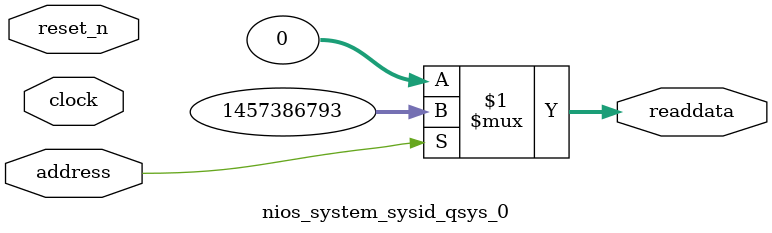
<source format=v>

`timescale 1ns / 1ps
// synthesis translate_on

// turn off superfluous verilog processor warnings 
// altera message_level Level1 
// altera message_off 10034 10035 10036 10037 10230 10240 10030 

module nios_system_sysid_qsys_0 (
               // inputs:
                address,
                clock,
                reset_n,

               // outputs:
                readdata
             )
;

  output  [ 31: 0] readdata;
  input            address;
  input            clock;
  input            reset_n;

  wire    [ 31: 0] readdata;
  //control_slave, which is an e_avalon_slave
  assign readdata = address ? 1457386793 : 0;

endmodule




</source>
